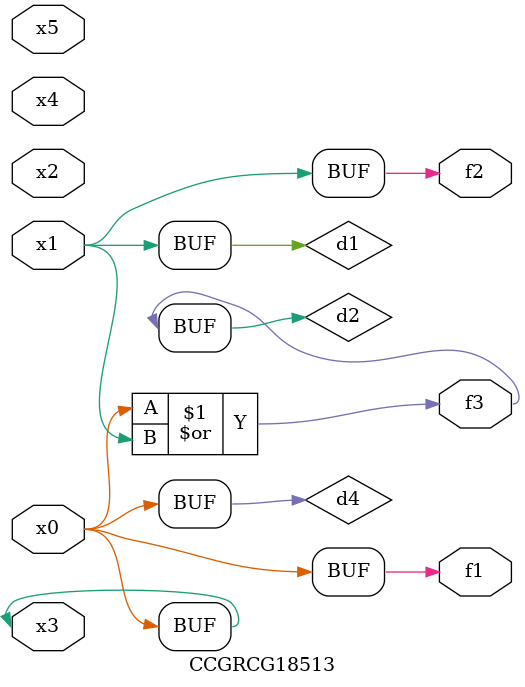
<source format=v>
module CCGRCG18513(
	input x0, x1, x2, x3, x4, x5,
	output f1, f2, f3
);

	wire d1, d2, d3, d4;

	and (d1, x1);
	or (d2, x0, x1);
	nand (d3, x0, x5);
	buf (d4, x0, x3);
	assign f1 = d4;
	assign f2 = d1;
	assign f3 = d2;
endmodule

</source>
